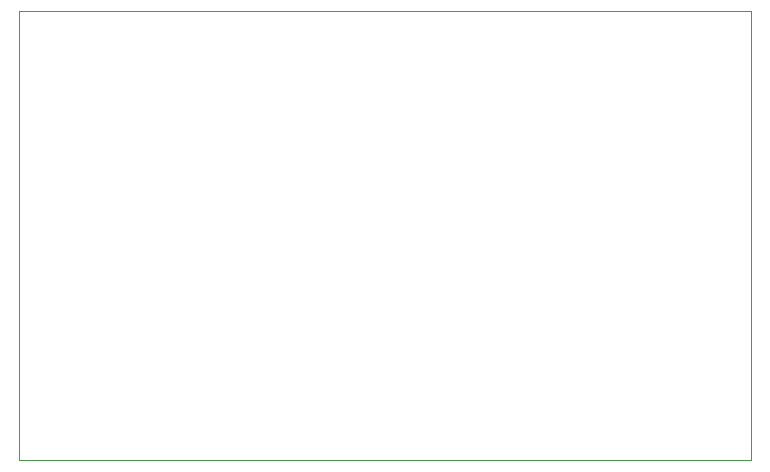
<source format=gbr>
G04 #@! TF.FileFunction,Profile,NP*
%FSLAX46Y46*%
G04 Gerber Fmt 4.6, Leading zero omitted, Abs format (unit mm)*
G04 Created by KiCad (PCBNEW 4.0.1-stable) date Sonntag, 31. Januar 2016 13:18:43*
%MOMM*%
G01*
G04 APERTURE LIST*
%ADD10C,0.100000*%
G04 APERTURE END LIST*
D10*
X0Y0D02*
X0Y1000000D01*
X62000000Y0D02*
X0Y0D01*
X62000000Y38000000D02*
X62000000Y0D01*
X0Y38000000D02*
X62000000Y38000000D01*
X0Y1000000D02*
X0Y38000000D01*
M02*

</source>
